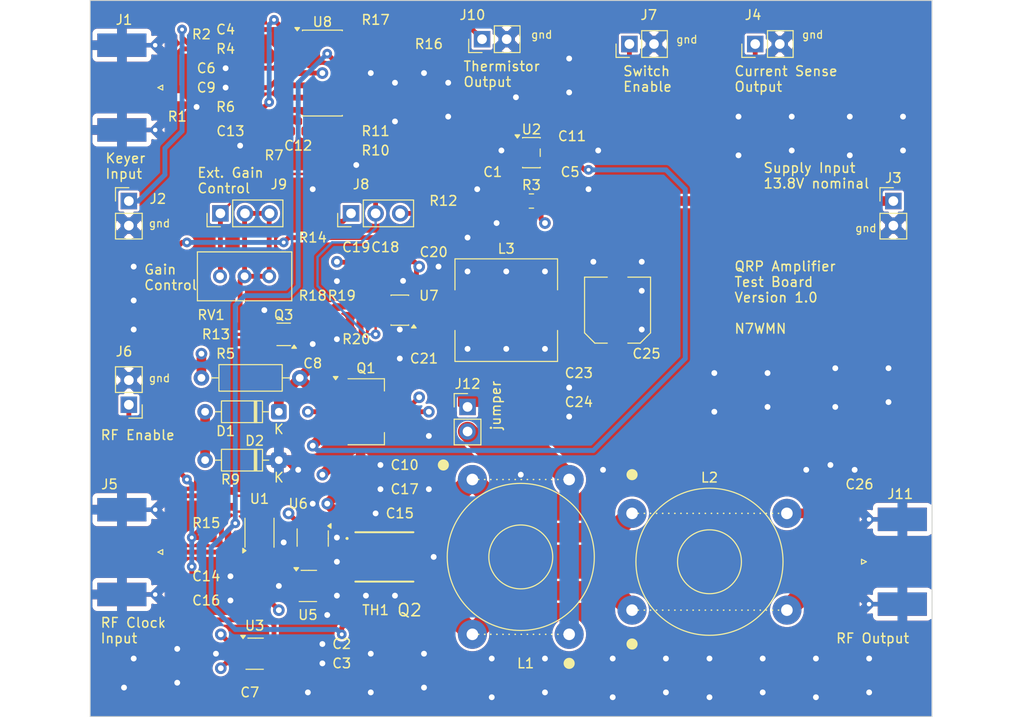
<source format=kicad_pcb>
(kicad_pcb (version 20241229) (generator "pcbnew") (generator_version "9.0")
  (layers (0 "F.Cu" signal) (4 "In1.Cu" signal) (6 "In2.Cu" signal) (2 "B.Cu" signal) (13 "F.Paste" user) (15 "B.Paste" user) (5 "F.SilkS" user "F.Silkscreen") (7 "B.SilkS" user "B.Silkscreen") (1 "F.Mask" user) (3 "B.Mask" user) (25 "Edge.Cuts" user))
  (net 0 "")
  (net 1 "GND")
  (net 2 "+3.3V")
  (net 3 "+12VA")
  (net 4 "Net-(U3-BP)")
  (net 5 "+5VA")
  (net 6 "Net-(U7-CB)")
  (net 7 "/VDD_AMP")
  (net 8 "Net-(D1-A)")
  (net 9 "/rfin")
  (net 10 "/~{rf_enable}")
  (net 11 "/sw_enable")
  (net 12 "/rf_out")
  (net 13 "/rfd-")
  (net 14 "/rfd+")
  (net 15 "Net-(U8D--)")
  (net 16 "Net-(J8-Pin_1)")
  (net 17 "Net-(J8-Pin_3)")
  (net 18 "/k1")
  (net 19 "/k3")
  (net 20 "/k2")
  (net 21 "/base")
  (net 22 "/k6")
  (net 23 "/k4")
  (net 24 "/k5")
  (net 25 "/keyIn")
  (net 26 "/cs_out")
  (net 27 "/k8")
  (net 28 "/k9")
  (net 29 "/th_out")
  (net 30 "/VDD_PWR")
  (net 31 "/D2")
  (net 32 "/D1")
  (net 33 "/G1")
  (net 34 "/G2")
  (net 35 "/cm1")
  (net 36 "/cm2")
  (net 37 "/k7")
  (net 38 "/th1")
  (net 39 "/sw")
  (net 40 "/fb")
  (net 41 "Net-(J3-Pin_1)")
  (net 42 "Net-(C26-Pad1)")
  (footprint "PCM_JLCPCB:R_0603" (layer "F.Cu") (at 114 59.5)
    (property "Reference" "R2")
    (property "Value" "33kΩ" (hide yes))
  )
  (footprint "Connector_PinHeader_2.54mm:PinHeader_1x02_P2.54mm_Vertical" (layer "F.Cu") (at 106.5 96.275 180)
    (property "Reference" "J6")
    (property "Value" "Conn_01x02" (hide yes))
  )
  (footprint "PCM_JLCPCB:R_0603" (layer "F.Cu") (at 117 106 90)
    (property "Reference" "R9")
    (property "Value" "10kΩ" (hide yes))
  )
  (footprint "PCM_JLCPCB:C_0603" (layer "F.Cu") (at 119 63.5 180)
    (property "Reference" "C9")
    (property "Value" "100nF" (hide yes))
  )
  (footprint "PCM_JLCPCB:C_0603" (layer "F.Cu") (at 124 123)
    (property "Reference" "C3")
    (property "Value" "100nF" (hide yes))
  )
  (footprint "Connector_PinHeader_2.54mm:PinHeader_1x03_P2.54mm_Vertical" (layer "F.Cu") (at 115.96 76.5 90)
    (property "Reference" "J9")
    (property "Value" "Conn_01x03" (hide yes))
  )
  (footprint "PCM_JLCPCB:R_0603" (layer "F.Cu") (at 121.5 68 90)
    (property "Reference" "R7")
    (property "Value" "11kΩ" (hide yes))
  )
  (footprint "PCM_JLCPCB:R_0603" (layer "F.Cu") (at 132 58.5 90)
    (property "Reference" "R17")
    (property "Value" "0Ω" (hide yes))
  )
  (footprint "PCM_JLCPCB:C_0805" (layer "F.Cu") (at 129.5 105)
    (property "Reference" "C17")
    (property "Value" "2.2uF" (hide yes))
  )
  (footprint "PCM_JLCPCB:C_0603" (layer "F.Cu") (at 152.1 74.725 90)
    (property "Reference" "C5")
    (property "Value" "1uF" (hide yes))
  )
  (footprint "PCM_JLCPCB:R_0603" (layer "F.Cu") (at 135.5 59 -90)
    (property "Reference" "R16")
    (property "Value" "10kΩ" (hide yes))
  )
  (footprint "PCM_JLCPCB:C_0603" (layer "F.Cu") (at 119 57.5)
    (property "Reference" "C4")
    (property "Value" "220nF" (hide yes))
  )
  (footprint "Connector_Coaxial:SMA_Molex_73251-1153_EdgeMount_Horizontal" (layer "F.Cu") (at 107.5 111.5)
    (property "Reference" "J5")
    (property "Value" "SMA" (hide yes))
  )
  (footprint "Connector_PinHeader_2.54mm:PinHeader_1x02_P2.54mm_Vertical" (layer "F.Cu") (at 106.5 75.225)
    (property "Reference" "J2")
    (property "Value" "Key In")
  )
  (footprint "PCM_JLCPCB:R_0603" (layer "F.Cu") (at 111.5 64.5 -90)
    (property "Reference" "R1")
    (property "Value" "10kΩ" (hide yes))
  )
  (footprint "diodesInc:DMN10H220LPDW13" (layer "F.Cu") (at 135.5 112 -90)
    (property "Reference" "Q2")
    (property "Value" "DMN10H220LPDW" (hide yes))
  )
  (footprint "PCM_JLCPCB:C_0805" (layer "F.Cu") (at 122 126)
    (property "Reference" "C7")
    (property "Value" "2.2uF" (hide yes))
  )
  (footprint "Connector_PinHeader_2.54mm:PinHeader_1x02_P2.54mm_Vertical" (layer "F.Cu") (at 141.5 96.5)
    (property "Reference" "J12")
    (property "Value" "Conn_01x02" (hide yes))
  )
  (footprint "PCM_JLCPCB:R_0603" (layer "F.Cu") (at 119 59.5)
    (property "Reference" "R4")
    (property "Value" "8.2kΩ" (hide yes))
  )
  (footprint "Resistor_SMD:R_0805_2012Metric_Pad1.20x1.40mm_HandSolder" (layer "F.Cu") (at 148.1 75.225)
    (property "Reference" "R3")
    (property "Value" "50m" (hide yes))
  )
  (footprint "Potentiometer_THT:Potentiometer_Bourns_3296W_Vertical" (layer "F.Cu") (at 121 83)
    (property "Reference" "RV1")
    (property "Value" "10K" (hide yes))
  )
  (footprint "PCM_JLCPCB:C_0603" (layer "F.Cu") (at 128 92)
    (property "Reference" "C8")
    (property "Value" "1uF" (hide yes))
  )
  (footprint "PCM_JLCPCB:C_0603" (layer "F.Cu") (at 137 90)
    (property "Reference" "C21")
    (property "Value" "100nF" (hide yes))
  )
  (footprint "PCM_JLCPCB:C_0805" (layer "F.Cu") (at 179 105.5 90)
    (property "Reference" "C26")
    (property "Value" "100nF")
  )
  (footprint "PCM_JLCPCB:R_0603" (layer "F.Cu") (at 139 76.5)
    (property "Reference" "R12")
    (property "Value" "10kΩ" (hide yes))
  )
  (footprint "PCM_JLCPCB:R_0603" (layer "F.Cu") (at 128 87 -90)
    (property "Reference" "R19")
    (property "Value" "30kΩ" (hide yes))
  )
  (footprint "PCM_JLCPCB:C_0805" (layer "F.Cu") (at 133 82.5 -90)
    (property "Reference" "C18")
    (property "Value" "4.7uF" (hide yes))
  )
  (footprint "Package_TO_SOT_SMD:SOT-223" (layer "F.Cu") (at 131 97)
    (property "Reference" "Q1")
    (property "Value" "PZT2222A" (hide yes))
  )
  (footprint "PCM_JLCPCB:R_0603" (layer "F.Cu") (at 129 68)
    (property "Reference" "R11")
    (property "Value" "0Ω" (hide yes))
  )
  (footprint "PCM_JLCPCB:R_0603" (layer "F.Cu") (at 116 110)
    (property "Reference" "R15")
    (property "Value" "10kΩ" (hide yes))
  )
  (footprint "Connector_Coaxial:SMA_Molex_73251-1153_EdgeMount_Horizontal" (layer "F.Cu") (at 107.5 63.5)
    (property "Reference" "J1")
    (property "Value" "Key In")
  )
  (footprint "Package_SO:SSOP-8_2.95x2.8mm_P0.65mm" (layer "F.Cu") (at 120 109.5 90)
    (property "Reference" "U1")
    (property "Value" "74LVC2G125" (hide yes))
  )
  (footprint "Inductor_SMD:L_10.4x10.4_H4.8" (layer "F.Cu") (at 145.5 86.5)
    (property "Reference" "L3")
    (property "Value" "6.8uH" (hide yes))
  )
  (footprint "Transformer_THT:Transformer_Toroid_Horizontal_D14.0mm_Amidon-T50" (layer "F.Cu") (at 158.5 117.5)
    (property "Reference" "L2")
    (property "Value" "L_Ferrite_Coupled" (hide yes))
  )
  (footprint "PCM_JLCPCB:R_0603" (layer "F.Cu") (at 126 87 90)
    (property "Reference" "R18")
    (property "Value" "0Ω" (hide yes))
  )
  (footprint "PCM_JLCPCB:C_0603" (layer "F.Cu") (at 119.5 114 180)
    (property "Reference" "C14")
    (property "Value" "100nF" (hide yes))
  )
  (footprint "PCM_JLCPCB:C_0603" (layer "F.Cu") (at 144.1 74.725 90)
    (property "Reference" "C1")
    (property "Value" "1uF" (hide yes))
  )
  (footprint "PCM_JLCPCB:C_0805" (layer "F.Cu") (at 149.5 96.5)
    (property "Reference" "C24")
    (property "Value" "22uF" (hide yes))
  )
  (footprint "Package_TO_SOT_SMD:SOT-23-5_HandSoldering" (layer "F.Cu") (at 119.5 122)
    (property "Reference" "U3")
    (property "Value" "MIC5205-3.3YM5" (hide yes))
  )
  (footprint "PCM_JLCPCB:R_0603" (layer "F.Cu") (at 130.5 87 -90)
    (property "Reference" "R20")
    (property "Value" "10kΩ" (hide yes))
  )
  (footprint "Diode_THT:D_DO-35_SOD27_P7.62mm_Horizontal" (layer "F.Cu") (at 122 97 180)
    (property "Reference" "D1")
    (property "Value" "1N751A" (hide yes))
  )
  (footprint "PCM_JLCPCB:C_0805" (layer "F.Cu") (at 129.5 102.5)
    (property "Reference" "C10")
    (property "Value" "2.2uF" (hide yes))
  )
  (footprint "Resistor_THT:R_Axial_DIN0207_L6.3mm_D2.5mm_P10.16mm_Horizontal" (layer "F.Cu") (at 114 93.5)
    (property "Reference" "R5")
    (property "Value" "390" (hide yes))
  )
  (footprint "Connector_PinHeader_2.54mm:PinHeader_1x02_P2.54mm_Vertical" (layer "F.Cu") (at 185.5 75.225)
    (property "Reference" "J3")
    (property "Value" "Conn_01x02" (hide yes))
  )
  (footprint "Package_SO:SOIC-14_3.9x8.7mm_P1.27mm" (layer "F.Cu") (at 126.5 62)
    (property "Reference" "U8")
    (property "Value" "OPA1679" (hide yes))
  )
  (footprint "Connector_Coaxial:SMA_Molex_73251-1153_EdgeMount_Horizontal" (layer "F.Cu") (at 184.71 112.5 180)
    (property "Reference" "J11")
    (property "Value" "SMA" (hide yes))
  )
  (footprint "Package_TO_SOT_SMD:SOT-23-5_HandSoldering" (layer "F.Cu") (at 125.5 110 -90)
    (property "Reference" "U6")
    (property "Value" "UCC27517DBVR" (hide yes))
  )
  (footprint "PCM_JLCPCB:C_0805" (layer "F.Cu") (at 130 82.5 -90)
    (property "Reference" "C19")
    (property "Value" "4.7uF" (hide yes))
  )
  (footprint "PCM_JLCPCB:C_0603" (layer "F.Cu") (at 124 68)
    (property "Reference" "C12")
    (property "Value" "220nF" (hide yes))
  )
  (footprint "PCM_JLCPCB:C_0603" (layer "F.Cu") (at 137 83.5)
    (property "Reference" "C20")
    (property "Value" "100nF" (hide yes))
  )
  (footprint "Transformer_THT:Transformer_Toroid_Horizontal_D14.0mm_Amidon-T50" (layer "F.Cu") (at 142 104 -90)
    (property "Reference" "L1")
    (property "Value" "L_Ferrite_Coupled" (hide yes))
  )
  (footprint "PCM_JLCPCB:R_0603" (layer "F.Cu") (at 119 65.5 180)
    (property "Reference" "R6")
    (property "Value" "36kΩ" (hide yes))
  )
  (footprint "PCM_JLCPCB:R_0603" (layer "F.Cu") (at 125.5 76.5 90)
    (property "Reference" "R14")
    (property "Value" "10kΩ" (hide yes))
  )
  (footprint "PCM_JLCPCB:C_0805" (layer "F.Cu") (at 119.5 116.5 180)
    (property "Reference" "C16")
    (property "Value" "2.2uF" (hide yes))
  )
  (footprint "Package_TO_SOT_SMD:SOT-23-6" (layer "F.Cu") (at 134.5 86.5 180)
    (property "Reference" "U7")
    (property "Value" "LMR51430" (hide yes))
  )
  (footprint "PCM_JLCPCB:C_0603" (layer "F.Cu") (at 124 121)
    (property "Reference" "C2")
    (property "Value" "100nF" (hide yes))
  )
  (footprint "Connector_PinHeader_2.54mm:PinHeader_1x02_P2.54mm_Vertical" (layer "F.Cu") (at 143 58.5 90)
    (property "Reference" "J10")
    (property "Value" "Conn_01x02" (hide yes))
  )
  (footprint "Diode_THT:D_DO-35_SOD27_P7.62mm_Horizontal" (layer "F.Cu") (at 122 102 180)
    (property "Reference" "D2")
    (property "Value" "1N914A" (hide yes))
  )
  (footprint "Package_TO_SOT_SMD:SOT-23-5_HandSoldering" (layer "F.Cu") (at 125 115)
    (property "Reference" "U5")
    (property "Value" "UCC27517DBVR" (hide yes))
  )
  (footprint "PCM_JLCPCB:C_0603" (layer "F.Cu") (at 152.6 70.225)
    (property "Reference" "C11")
    (property "Value" "100nF" (hide yes))
  )
  (footprint "PCM_JLCPCB:R_0603" (layer "F.Cu") (at 129 70)
    (property "Reference" "R10")
    (property "Value" "10kΩ" (hide yes))
  )
  (footprint "PCM_JLCPCB:R_0603" (layer "F.Cu") (at 118 89 -90)
    (property "Reference" "R13")
    (property "Value" "2.7kΩ" (hide yes))
  )
  (footprint "PCM_JLCPCB:R_0603" (layer "F.Cu") (at 129.5 117.5 90)
    (property "Reference" "TH1")
    (property "Value" "Thermistor_NTC 10K" (hide yes))
  )
  (footprint "PCM_JLCPCB:SOT-363_SC-70-6" (layer "F.Cu") (at 122.5 89 180)
    (property "Reference" "Q3")
    (property "Value" "BC847BS" (hide yes))
  )
  (footprint "PCM_JLCPCB:C_0603" (layer "F.Cu") (at 129.5 107.5)
    (property "Reference" "C15")
    (property "Value" "100nF" (hide yes))
  )
  (footprint "Connector_PinHeader_2.54mm:PinHeader_1x02_P2.54mm_Vertical" (layer "F.Cu") (at 158.225 59 90)
    (property "Reference" "J7")
    (property "Value" "Conn_01x02" (hide yes))
  )
  (footprint "Capacitor_SMD:C_Elec_6.3x5.8" (layer "F.Cu") (at 157 86.5 90)
    (property "Reference" "C25")
    (property "Value" "100uF" (hide yes))
  )
  (footprint "Connector_PinHeader_2.54mm:PinHeader_1x03_P2.54mm_Vertical" (layer "F.Cu") (at 129.46 76.5 90)
    (property "Reference" "J8")
    (property "Value" "Conn_01x03")
  )
  (footprint "Package_TO_SOT_SMD:SOT-23-5" (layer "F.Cu") (at 148.1 70.225)
    (property "Reference" "U2")
    (property "Value" "INA180A2" (hide yes))
  )
  (footprint "Connector_PinHeader_2.54mm:PinHeader_1x02_P2.54mm_Vertical" (layer "F.Cu") (at 171.225 59 90)
    (property "Reference" "J4")
    (property "Value" "Conn_01x02" (hide yes))
  )
  (footprint "PCM_JLCPCB:C_0805" (layer "F.Cu") (at 149.5 93.5)
    (property "Reference" "C23")
    (property "Value" "22uF" (hide yes))
  )
  (footprint "PCM_JLCPCB:C_0603" (layer "F.Cu") (at 119.5 68 -90)
    (property "Reference" "C13")
    (property "Value" "22nF" (hide yes))
  )
  (footprint "PCM_JLCPCB:C_0603" (layer "F.Cu") (at 119 61.5 180)
    (property "Reference" "C6")
    (property "Value" "100nF" (hide yes))
  )
  (gr_line (start 142 120) (end 152 120) (stroke (width 0.15) (type dot)) (layer "F.SilkS"))
  (gr_circle (center 139 102.5) (end 139 102) (stroke (width 0.15)) (fill yes) (layer "F.SilkS"))
  (gr_line (start 142 104) (end 152.5 104) (stroke (width 0.15) (type dot)) (layer "F.SilkS"))
  (gr_circle (center 158.5 103.5) (end 158.5 103) (stroke (width 0.15)) (fill yes) (layer "F.SilkS"))
  (gr_line (start 158.5 117.5) (end 174.5 117.5) (stroke (width 0.15) (type dot)) (layer "F.SilkS"))
  (gr_circle (center 152 123) (end 152 122.5) (stroke (width 0.15)) (fill yes) (layer "F.SilkS"))
  (gr_circle (center 158.5 121) (end 158.5 120.5) (stroke (width 0.15)) (fill yes) (layer "F.SilkS"))
  (gr_line (start 158.5 107.5) (end 174.5 107.5) (stroke (width 0.15) (type dot)) (layer "F.SilkS"))
  (gr_rect (start 102.5 54.5) (end 189.5 128.5) (stroke (width 0.1)) (fill no) (layer "Edge.Cuts"))
  (gr_text "QRP Amplifier\nTest Board\nVersion 1.0\n\nN7WMN" (at 169 89 0) (layer "F.SilkS") (effects (font (size 1 1)) (justify left bottom)))
  (gr_text "gnd" (at 163 59 0) (layer "F.SilkS") (effects (font (size 0.8 0.8) (thickness 0.125)) (justify left bottom)))
  (gr_text "RF Enable" (at 103.5 100 0) (layer "F.SilkS") (effects (font (size 1 1)) (justify left bottom)))
  (gr_text "Switch\nEnable" (at 157.5 64 0) (layer "F.SilkS") (effects (font (size 1 1)) (justify left bottom)))
  (gr_text "jumper" (at 145 99 90) (layer "F.SilkS") (effects (font (size 1 1)) (justify left bottom)))
  (gr_text "Thermistor\nOutput" (at 141 63.5 0) (layer "F.SilkS") (effects (font (size 1 1)) (justify left bottom)))
  (gr_text "gnd" (at 181.5 78.5 0) (layer "F.SilkS") (effects (font (size 0.8 0.8) (thickness 0.125)) (justify left bottom)))
  (gr_text "Current Sense\nOutput" (at 169 64 0) (layer "F.SilkS") (effects (font (size 1 1)) (justify left bottom)))
  (gr_text "Ext. Gain\nControl" (at 113.5 74.5 0) (layer "F.SilkS") (effects (font (size 1 1)) (justify left bottom)))
  (gr_text "gnd" (at 108.5 78 0) (layer "F.SilkS") (effects (font (size 0.8 0.8) (thickness 0.125)) (justify left bottom)))
  (gr_text "Gain\nControl" (at 108 84.5 0) (layer "F.SilkS") (effects (font (size 1 1)) (justify left bottom)))
  (gr_text "gnd" (at 176 58.5 0) (layer "F.SilkS") (effects (font (size 0.8 0.8) (thickness 0.125)) (justify left bottom)))
  (gr_text "gnd" (at 108.5 94 0) (layer "F.SilkS") (effects (font (size 0.8 0.8) (thickness 0.125)) (justify left bottom)))
  (gr_text "RF Clock\nInput" (at 103.5 121 0) (layer "F.SilkS") (effects (font (size 1 1)) (justify left bottom)))
  (gr_text "Supply Input\n13.8V nominal" (at 172 74 0) (layer "F.SilkS") (effects (font (size 1 1)) (justify left bottom)))
  (gr_text "RF Output" (at 179.5 121 0) (layer "F.SilkS") (effects (font (size 1 1)) (justify left bottom)))
  (gr_text "gnd" (at 148 58.5 0) (layer "F.SilkS") (effects (font (size 0.8 0.8) (thickness 0.125)) (justify left bottom)))
  (gr_text "Keyer\nInput" (at 104 73 0) (layer "F.SilkS") (effects (font (size 1 1)) (justify left bottom)))
  (segment (start 128.975 62) (end 131.5 62) (width 0.5) (layer "F.Cu") (net 1))
  (segment (start 121.55 88.35) (end 121.55 87.55) (width 0.25) (layer "F.Cu") (net 1))
  (segment (start 119.5 68.78) (end 118.72 68.78) (width 0.5) (layer "F.Cu") (net 1))
  (segment (start 122.5 110.5) (end 122.3 111.2) (width 0.25) (layer "F.Cu") (net 1))
  (segment (start 123.45 89.65) (end 125.15 89.65) (width 0.25) (layer "F.Cu") (net 1))
  (segment (start 133 83.45) (end 130 83.45) (width 0.5) (layer "F.Cu") (net 1))
  (segment (start 146.9625 70.225) (end 145.225 70.225) (width 0.5) (layer "F.Cu") (net 1))
  (segment (start 128.05 83.45) (end 128 83.5) (width 0.5) (layer "F.Cu") (net 1))
  (segment (start 129.82 71.32) (end 130 71.5) (width 0.5) (layer "F.Cu") (net 1))
  (segment (start 124.78 123) (end 126.5 123) (width 0.5) (layer "F.Cu") (net 1))
  (segment (start 130.28 107.5) (end 132 107.5) (width 0.5) (layer "F.Cu") (net 1))
  (segment (start 134.836059 83.473196) (end 133.023196 83.473196) (width 0.5) (layer "F.Cu") (net 1))
  (segment (start 122 102) (end 123 102) (width 1) (layer "F.Cu") (net 1))
  (segment (start 118.55 116.5) (end 117 116.5) (width 0.5) (layer "F.Cu") (net 1))
  (segment (start 130.45 105) (end 132.5 105) (width 0.5) (layer "F.Cu") (net 1))
  (segment (start 125.5 74) (end 125.5 75.68) (width 0.5) (layer "F.Cu") (net 1))
  (segment (start 154.5 81.5) (end 154.5375 81.5) (width 0.5) (layer "F.Cu") (net 1))
  (segment (start 154.775 70.225) (end 155 70) (width 0.5) (layer "F.Cu") (net 1))
  (segment (start 137.78 83.5) (end 137.78 82.72) (width 0.5) (layer "F.Cu") (net 1))
  (segment (start 130.45 102.5) (end 132.5 102.5) (width 0.5) (layer "F.Cu") (net 1))
  (segment (start 123.65 115) (end 122 115) (width 0.5) (layer "F.Cu") (net 1))
  (segment (start 118.72 68.78) (end 118 69.5) (width 0.5) (layer "F.Cu") (net 1))
  (segment (start 152.1 73.945) (end 153.945 73.945) (width 0.5) (layer "F.Cu") (net 1))
  (segment (start 142.555 73.945) (end 142.5 74) (width 0.5) (layer "F.Cu") (net 1))
  (segment (start 118.22 61.5) (end 116.5 61.5) (width 0.5) (layer "F.Cu") (net 1))
  (segment (start 122.3 111.2) (end 120.975 111.2) (width 0.25) (layer "F.Cu") (net 1))
  (segment (start 118.72 114) (end 117 114) (width 0.5) (layer "F.Cu") (net 1))
  (segment (start 124.78 121) (end 126.5 121) (width 0.5) (layer "F.Cu") (net 1))
  (segment (start 130 83.45) (end 128.05 83.45) (width 0.5) (layer "F.Cu") (net 1))
  (segment (start 159.5 81.5) (end 159.4625 81.5) (width 0.5) (layer "F.Cu") (net 1))
  (segment (start 128 87.82) (end 128 89.5) (width 0.5) (layer "F.Cu") (net 1))
  (segment (start 123 102) (end 124 103) (width 1) (layer "F.Cu") (net 1))
  (segment (start 159.4625 81.5) (end 157 83.9625) (width 0.5) (layer "F.Cu") (net 1))
  (segment (start 153.945 73.945) (end 154 74) (width 0.5) (layer "F.Cu") (net 1))
  (segment (start 122.95 126) (end 125 126) (width 0.5) (layer "F.Cu") (net 1))
  (segment (start 125.15 89.65) (end 125.5 90) (width 0.25) (layer "F.Cu") (net 1))
  (segment (start 144.1 73.945) (end 142.555 73.945) (width 0.5) (layer "F.Cu") (net 1))
  (segment (start 133.023196 83.473196) (end 133 83.45) (width 0.5) (layer "F.Cu") (net 1))
  (segment (start 118.22 63.5) (end 116.5 63.5) (width 0.5) (layer "F.Cu") (net 1))
  (segment (start 113.32 65.32) (end 113.5 65.5) (width 0.5) (layer "F.Cu") (net 1))
  (segment (start 154.5375 81.5) (end 157 83.9625) (width 0.5) (layer "F.Cu") (net 1))
  (segment (start 129.82 70) (end 129.82 71.32) (width 0.5) (layer "F.Cu") (net 1))
  (segment (start 145.225 70.225) (end 145 70) (width 0.5) (layer "F.Cu") (net 1))
  (segment (start 137.78 82.72) (end 138.5 82) (width 0.5) (layer "F.Cu") (net 1))
  (segment (start 125.5 108.65) (end 125.5 106.5) (width 0.5) (layer "F.Cu") (net 1))
  (segment (start 118.15 122) (end 115.5 122) (width 0.5) (layer "F.Cu") (net 1))
  (segment (start 153.38 70.225) (end 154.775 70.225) (width 0.5) (layer "F.Cu") (net 1))
  (segment (start 121.55 87.55) (end 120.5 86.5) (width 0.25) (layer "F.Cu") (net 1))
  (segment (start 111.5 65.32) (end 113.32 65.32) (width 0.5) (layer "F.Cu") (net 1))
  (via (at 155.5 103) (size 1.2) (drill 0.6) (layers "F.Cu" "B.Cu") (net 1))
  (via (at 146.5 64.5) (size 1.2) (drill 0.6) (layers "F.Cu" "B.Cu") (net 1))
  (via (at 145 70) (size 1.2) (drill 0.6) (layers "F.Cu" "B.Cu") (net 1))
  (via (at 137.5 99.5) (size 1.2) (drill 0.6) (layers "F.Cu" "B.Cu") (net 1))
  (via (at 152 94.5) (size 1.2) (drill 0.6) (layers "F.Cu" "B.Cu") (net 1))
  (via (at 169.5 70.5) (size 1.2) (drill 0.6) (layers "F.Cu" "B.Cu") (net 1))
  (via (at 181 66.5) (size 1.2) (drill 0.6) (layers "F.Cu" "B.Cu") (net 1))
  (via (at 130 71.5) (size 1.2) (drill 0.6) (layers "F.Cu" "B.Cu") (net 1))
  (via (at 134 116) (size 1.2) (drill 0.6) (layers "F.Cu" "B.Cu") (net 1))
  (via (at 128 83.5) (size 1.2) (drill 0.6) (layers "F.Cu" "B.Cu") (net 1))
  (via (at 120.5 86.5) (size 1.2) (drill 0.6) (layers "F.Cu" "B.Cu") (net 1))
  (via (at 126.5 121) (size 1.2) (drill 0.6) (layers "F.Cu" "B.Cu") (net 1))
  (via (at 107 85.5) (size 1.2) (drill 0.6) (layers "F.Cu" "B.Cu") (net 1))
  (via (at 149.5 122.5) (size 1.2) (drill 0.6) (layers "F.Cu" "B.Cu") (net 1))
  (via (at 137 122) (size 1.2) (drill 0.6) (layers "F.Cu" "B.Cu") (net 1))
  (via (at 179.5 96.5) (size 1.2) (drill 0.6) (layers "F.Cu" "B.Cu") (net 1))
  (via (at 181 70.5) (size 1.2) (drill 0.6) (layers "F.Cu" "B.Cu") (net 1))
  (via (at 126.5 123) (size 1.2) (drill 0.6) (layers "F.Cu" "B.Cu") (net 1))
  (via (at 122.5 110.5) (size 1.2) (drill 0.6) (layers "F.Cu" "B.Cu") (net 1))
  (via (at 131.5 122) (size 1.2) (drill 0.6) (layers "F.Cu" "B.Cu") (net 1))
  (via (at 139.5 63) (size 1.2) (drill 0.6) (layers "F.Cu" "B.Cu") (net 1))
  (via (at 149.5 126) (size 1.2) (drill 0.6) (layers "F.Cu" "B.Cu") (net 1))
  (via (at 125.5 90) (size 1.2) (drill 0.6) (layers "F.Cu" "B.Cu") (net 1))
  (via (at 172 126) (size 1.2) (drill 0.6) (layers "F.Cu" "B.Cu") (net 1))
  (via (at 175 66.5) (size 1.2) (drill 0.6) (layers "F.Cu" "B.Cu") (net 1))
  (via (at 107 88.5) (size 1.2) (drill 0.6) (layers "F.Cu" "B.Cu") (net 1))
  (via (at 142.5 74) (size 1.2) (drill 0.6) (layers "F.Cu" "B.Cu") (net 1))
  (via (at 115.5 122) (size 1.2) (drill 0.6) (layers "F.Cu" "B.Cu") (net 1))
  (via (at 128 112.5) (size 1.2) (drill 0.6) (layers "F.Cu" "B.Cu") (net 1))
  (via (at 106 125.5) (size 1.2) (drill 0.6) (layers "F.Cu" "B.Cu") (net 1))
  (via (at 137 62) (size 1.2) (drill 0.6) (layers "F.Cu" "B.Cu") (net 1))
  (via (at 149.5 82.5) (size 1.2) (drill 0.6) (layers "F.Cu" "B.Cu") (net 1))
  (via (at 172.5 96.5) (size 1.2) (drill 0.6) (layers "F.Cu" "B.Cu") (net 1))
  (via (at 179 102.5) (size 1.2) (drill 0.6) (layers "F.Cu" "B.Cu") (net 1))
  (via (at 166.5 126.5) (size 1.2) (drill 0.6) (layers "F.Cu" "B.Cu") (net 1))
  (via (at 175 70) (size 1.2) (drill 0.6) (layers "F.Cu" "B.Cu") (net 1))
  (via (at 111.5 121.5) (size 1.2) (drill 0.6) (layers "F.Cu" "B.Cu") (net 1))
  (via (at 167 97) (size 1.2) (drill 0.6) (layers "F.Cu" "B.Cu") (net 1))
  (via (at 186.5 66.5) (size 1.2) (drill 0.6) (layers "F.Cu" "B.Cu") (net 1))
  (via (at 144 126.5) (size 1.2) (drill 0.6) (layers "F.Cu" "B.Cu") (net 1))
  (via (at 132 107.5) (size 1.2) (drill 0.6) (layers "F.Cu" "B.Cu") (net 1))
  (via (at 141.5 82.5) (size 1.2) (drill 0.6) (layers "F.Cu" "B.Cu") (net 1))
  (via (at 152 60.5) (size 1.2) (drill 0.6) (layers "F.Cu" "B.Cu") (net 1))
  (via (at 162 122.5) (size 1.2) (drill 0.6) (layers "F.Cu" "B.Cu") (net 1))
  (via (at 145.5 90.5) (size 1.2) (drill 0.6) (layers "F.Cu" "B.Cu") (net 1))
  (via (at 131 116) (size 1.2) (drill 0.6) (layers "F.Cu" "B.Cu") (net 1))
  (via (at 145.5 82.5) (size 1.2) (drill 0.6) (layers "F.Cu" "B.Cu") (net 1))
  (via (at 179.5 92.5) (size 1.2) (drill 0.6) (layers "F.Cu" "B.Cu") (net 1))
  (via (at 154.5 81.5) (size 1.2) (drill 0.6) (layers "F.Cu" "B.Cu") (net 1))
  (via (at 159.5 88.5) (size 1.2) (drill 0.6) (layers "F.Cu" "B.Cu") (net 1))
  (via (at 185 96) (size 1.2) (drill 0.6) (layers "F.Cu" "B.Cu") (net 1))
  (via (at 167 93) (size 1.2) (drill 0.6) (layers "F.Cu" "B.Cu") (net 1))
  (via (at 117 116.5) (size 1.2) (drill 0.6) (layers "F.Cu" "B.Cu") (net 1))
  (via (at 134.5 88.5) (size 1.2) (drill 0.6) (layers "F.Cu" "B.Cu") (net 1))
  (via (at 134 67) (size 1.2) (drill 0.6) (layers "F.Cu" "B.Cu") (net 1))
  (via (at 144.5 77.5) (size 1.2) (drill 0.6) (layers "F.Cu" "B.Cu") (net 1))
  (via (at 116.5 63.5) (size 1.2) (drill 0.6) (layers "F.Cu" "B.Cu") (net 1))
  (via (at 125.5 106.5) (size 1.2) (drill 0.6) (layers "F.Cu" "B.Cu") (net 1))
  (via (at 181.5 103) (size 1.2) (drill 0.6) (layers "F.Cu" "B.Cu") (net 1))
  (via (at 177.5 122.5) (size 1.2) (drill 0.6) (layers "F.Cu" "B.Cu") (net 1))
  (via (at 172 122.5) (size 1.2) (drill 0.6) (layers "F.Cu" "B.Cu") (net 1))
  (via (at 147 103.5) (size 1.2) (drill 0.6) (layers "F.Cu" "B.Cu") (net 1))
  (via (at 128 110) (size 1.2) (drill 0.6) (layers "F.Cu" "B.Cu") (net 1))
  (via (at 183 122.5) (size 1.2) (drill 0.6) (layers "F.Cu" "B.Cu") (net 1))
  (via (at 176.5 103) (size 1.2) (drill 0.6) (layers "F.Cu" "B.Cu") (net 1))
  (via (at 156.5 126.5) (size 1.2) (drill 0.6) (layers "F.Cu" "B.Cu") (net 1))
  (via (at 166.5 122.5) (size 1.2) (drill 0.6) (layers "F.Cu" "B.Cu") (net 1))
  (via (at 155 70) (size 1.2) (drill 0.6) (layers "F.Cu" "B.Cu") (net 1))
  (via (at 172.5 93) (size 1.2) (drill 0.6) (layers "F.Cu" "B.Cu") (net 1))
  (via (at 134 63) (size 1.2) (drill 0.6) (layers "F.Cu" "B.Cu") (net 1))
  (via (at 177.5 126.5) (size 1.2) (drill 0.6) (layers "F.Cu" "B.Cu") (net 1))
  (via (at 141.5 90.5) (size 1.2) (drill 0.6) (layers "F.Cu" "B.Cu") (net 1))
  (via (at 154 74) (size 1.2) (drill 0.6) (layers "F.Cu" "B.Cu") (net 1))
  (via (at 125.5 74) (size 1.2) (drill 0.6) (layers "F.Cu" "B.Cu") (net 1))
  (via (at 134.836059 83.473196) (size 1.2) (drill 0.6) (layers "F.Cu" "B.Cu") (net 1))
  (via (at 183 126) (size 1.2) (drill 0.6) (layers "F.Cu" "B.Cu") (net 1))
  (via (at 127 118) (size 1.2) (drill 0.6) (layers "F.Cu" "B.Cu") (net 1))
  (via (at 107 82) (size 1.2) (drill 0.6) (layers "F.Cu" "B.Cu") (net 1))
  (via (at 137.5 105) (size 1.2) (drill 0.6) (layers "F.Cu" "B.Cu") (net 1))
  (via (at 159.5 84.5) (size 1.2) (drill 0.6) (layers "F.Cu" "B.Cu") (net 1))
  (via (at 152 97.5) (size 1.2) (drill 0.6) (layers "F.Cu" "B.Cu") (net 1))
  (via (at 116.5 61.5) (size 1.2) (drill 0.6) (layers "F.Cu" "B.Cu") (net 1))
  (via (at 152 64) (size 1.2) (drill 0.6) (layers "F.Cu" "B.Cu") (net 1))
  (via (at 144 122.5) (size 1.2) (drill 0.6) (layers "F.Cu" "B.Cu") (net 1))
  (via (at 118 69.5) (size 1.2) (drill 0.6) (layers "F.Cu" "B.Cu") (net 1))
  (via (at 111.5 125) (size 1.2) (drill 0.6) (layers "F.Cu" "B.Cu") (net 1))
  (via (at 138 112) (size 1.2) (drill 0.6) (layers "F.Cu" "B.Cu") (net 1))
  (via (at 128 89.5) (size 1.2) (drill 0.6) (layers "F.Cu" "B.Cu") (net 1))
  (via (at 141.5 79) (size 1.2) (drill 0.6) (layers "F.Cu" "B.Cu") (net 1))
  (via (at 131.5 62) (size 1.2) (drill 0.6) (layers "F.Cu" "B.Cu") (net 1))
  (via (at 131.5 126) (size 1.2) (drill 0.6) (layers "F.Cu" "B.Cu") (net 1))
  (via (at 128 116) (size 1.2) (drill 0.6) (layers "F.Cu" "B.Cu") (net 1))
  (via (at 122 115) (size 1.2) (drill 0.6) (layers "F.Cu" "B.Cu") (net 1))
  (via (at 113.5 65.5) (size 1.2) (drill 0.6) (layers "F.Cu" "B.Cu") (net 1))
  (via (at 132.5 105) (size 1.2) (drill 0.6) (layers "F.Cu" "B.Cu") (net 1))
  (via (at 137 125.5) (size 1.2) (drill 0.6) (layers "F.Cu" "B.Cu") (net 1))
  (via (at 125 126) (size 1.2) (drill 0.6) (layers "F.Cu" "B.Cu") (net 1))
  (via (at 185 92.5) (size 1.2) (drill 0.6) (layers "F.Cu" "B.Cu") (net 1))
  (via (at 134.5 91.5) (size 1.2) (drill 0.6) (layers "F.Cu" "B.Cu") (net 1))
  (via (at 156.5 122.5) (size 1.2) (drill 0.6) (layers "F.Cu" "B.Cu") (net 1))
  (via (at 107 122.5) (size 1.2) (drill 0.6) (layers "F.Cu" "B.Cu") (net 1))
  (via (at 149.5 90.5) (size 1.2) (drill 0.6) (layers "F.Cu" "B.Cu") (net 1))
  (via (at 186.5 70) (size 1.2) (drill 0.6) (layers "F.Cu" "B.Cu") (net 1))
  (via (at 117 114) (size 1.2) (drill 0.6) (layers "F.Cu" "B.Cu") (net 1))
  (via (at 169.5 66.5) (size 1.2) (drill 0.6) (layers "F.Cu" "B.Cu") (net 1))
  (via (at 162 126) (size 1.2) (drill 0.6) (layers "F.Cu" "B.Cu") (net 1))
  (via (at 124 103) (size 1.2) (drill 0.6) (layers "F.Cu" "B.Cu") (net 1))
  (via (at 138.5 82) (size 1.2) (drill 0.6) (layers "F.Cu" "B.Cu") (net 1))
  (via (at 132.5 102.5) (size 1.2) (drill 0.6) (layers "F.Cu" "B.Cu") (net 1))
  (via (at 159.5 81.5) (size 1.2) (drill 0.6) (layers "F.Cu" "B.Cu") (net 1))
  (via (at 139.5 66.5) (size 1.2) (drill 0.6) (layers "F.Cu" "B.Cu") (net 1))
  (segment (start 123.22 123) (end 123.22 121) (width 0.5) (layer "F.Cu") (net 2))
  (segment (start 121.5 119) (end 121 118.5) (width 0.5) (layer "F.Cu") (net 2))
  (segment (start 113 117.5) (end 113 113) (width 0.5) (layer "F.Cu") (net 2))
  (segment (start 121.5 120.4) (end 121.5 119) (width 0.5) (layer "F.Cu") (net 2))
  (segment (start 120.85 121.05) (end 121.5 120.4) (width 0.5) (layer "F.Cu") (net 2))
  (segment (start 123 79) (end 122.5 79.5) (width 0.5) (layer "F.Cu") (net 2))
  (segment (start 121 118.5) (end 114 118.5) (width 0.5) (layer "F.Cu") (net 2))
  (segment (start 139.82 76.5) (end 139.82 77.68) (width 0.5) (layer "F.Cu") (net 2))
  (segment (start 119.025 107.8) (end 118.545 107.32) (width 0.25) (layer "F.Cu") (net 2))
  (segment (start 114 118.5) (end 113 117.5) (width 0.5) (layer "F.Cu") (net 2))
  (segment (start 118.545 107.32) (end 117.5 107.32) (width 0.25) (layer "F.Cu") (net 2))
  (segment (start 115.18 110) (end 113 110) (width 0.5) (layer "F.Cu") (net 2))
  (segment (start 138.5 79) (end 123 79) (width 0.5) (layer "F.Cu") (net 2))
  (segment (start 112 79.5) (end 111 80.5) (width 0.5) (layer "F.Cu") (net 2))
  (segment (start 120.85 121.05) (end 123.17 121.05) (width 0.5) (layer "F.Cu") (net 2))
  (segment (start 111 80.5) (end 111 102.5) (width 0.5) (layer "F.Cu") (net 2))
  (segment (start 112.5 79.5) (end 112 79.5) (width 0.5) (layer "F.Cu") (net 2))
  (segment (start 117.5 107.32) (end 117 106.82) (width 0.25) (layer "F.Cu") (net 2))
  (segment (start 115.68 107.32) (end 116.5 107.32) (width 0.5) (layer "F.Cu") (net 2))
  (segment (start 113 110) (end 115.68 107.32) (width 0.5) (layer "F.Cu") (net 2))
  (segment (start 123.17 121.05) (end 123.22 121) (width 0.5) (layer "F.Cu") (net 2))
  (segment (start 111 102.5) (end 112.5 104) (width 0.5) (layer "F.Cu") (net 2))
  (segment (start 139.82 77.68) (end 138.5 79) (width 0.5) (layer "F.Cu") (net 2))
  (segment (start 116.5 107.32) (end 117 106.82) (width 0.5) (layer "F.Cu") (net 2))
  (via (at 113 110) (size 1) (drill 0.4) (layers "F.Cu" "B.Cu") (net 2))
  (via (at 122.5 79.5) (size 1) (drill 0.4) (layers "F.Cu" "B.Cu") (net 2))
  (via (at 112.5 104) (size 1) (drill 0.4) (layers "F.Cu" "B.Cu") (net 2))
  (via (at 112.5 79.5) (size 1) (drill 0.4) (layers "F.Cu" "B.Cu") (net 2))
  (via (at 113 113) (size 1) (drill 0.4) (layers "F.Cu" "B.Cu") (net 2))
  (segment (start 113 104.5) (end 113 110) (width 0.5) (layer "B.Cu") (net 2))
  (segment (start 112.5 104) (end 113 104.5) (width 0.5) (layer "B.Cu") (net 2))
  (segment (start 122.5 79.5) (end 112.5 79.5) (width 0.5) (layer "B.Cu") (net 2))
  (segment (start 113 113) (end 113 110) (width 0.5) (layer "B.Cu") (net 2))
  (segment (start 127.85 97) (end 125 97) (width 0.5) (layer "F.Cu") (net 3))
  (segment (start 121 63.5) (end 119.78 63.5) (width 0.5) (layer "F.Cu") (net 3))
  (segment (start 124.025 62) (end 126.5 62) (width 0.5) (layer "F.Cu") (net 3))
  (segment (start 135.6375 84.6425) (end 136.22 84.06) (width 0.5) (layer "F.Cu") (net 3))
  (segment (start 136.22 82.28) (end 136.5 82) (width 0.5) (layer "F.Cu") (net 3))
  (segment (start 135 97) (end 136.5 95.5) (width 0.5) (layer "F.Cu") (net 3))
  (segment (start 136.5 82) (end 136 81.5) (width 0.5) (layer "F.Cu") (net 3))
  (segment (start 149.2375 75.0875) (end 149.1 75.225) (width 0.5) (layer "F.Cu") (net 3))
  (segment (start 149.2375 71.175) (end 149.2375 75.0875) (width 0.5) (layer "F.Cu") (net 3))
  (segment (start 135.6375 85.55) (end 135.6375 84.6425) (width 0.5) (layer "F.Cu") (net 3))
  (segment (start 149.38 75.505) (end 149.1 75.225) (width 0.5) (layer "F.Cu") (net 3))
  (segment (start 137.5 97) (end 134.15 97) (width 0.5) (layer "F.Cu") (net 3))
  (segment (start 149.1 77.1) (end 149.5 77.5) (width 0.5) (layer "F.Cu") (net 3))
  (segment (start 122.5 62) (end 121 63.5) (width 0.5) (layer "F.Cu") (net 3))
  (segment (start 136 81.5) (end 133.05 81.5) (width 0.5) (layer "F.Cu") (net 3))
  (segment (start 149.1 75.225) (end 149.1 77.1) (width 0.5) (layer "F.Cu") (net 3))
  (segment (start 136.22 84.06) (end 136.22 83.5) (width 0.5) (layer "F.Cu") (net 3))
  (segment (start 130 81.55) (end 128.05 81.55) (width 0.5) (layer "F.Cu") (net 3))
  (segment (start 133 81.55) (end 130 81.55) (width 0.5) (layer "F.Cu") (net 3))
  (segment (start 152.1 75.505) (end 149.38 75.505) (width 0.5) (layer "F.Cu") (net 3))
  (segment (start 136.22 83.5) (end 136.22 82.28) (width 0.5) (layer "F.Cu") (net 3))
  (segment (start 134.15 97) (end 135 97) (width 0.5) (layer "F.Cu") (net 3))
  (segment (start 124.025 62) (end 122.5 62) (width 0.5) (layer "F.Cu") (net 3))
  (segment (start 133.05 81.5) (end 133 81.55) (width 0.5) (layer "F.Cu") (net 3))
  (segment (start 128.05 81.55) (end 128 81.5) (width 0.5) (layer "F.Cu") (net 3))
  (segment (start 114 93.5) (end 114 91) (width 1) (layer "F.Cu") (net 3))
  (via (at 136.5 82) (size 1.2) (drill 0.6) (layers "F.Cu" "B.Cu") (net 3))
  (via (at 126.5 62) (size 1.2) (drill 0.6) (layers "F.Cu" "B.Cu") (net 3))
  (via (at 125 97) (size 1.2) (drill 0.6) (layers "F.Cu" "B.Cu") (net 3))
  (via (at 149.5 77.5) (size 1.2) (drill 0.6) (layers "F.Cu" "B.Cu") (net 3))
  (via (at 114 91) (size 1.2) (drill 0.6) (layers "F.Cu" "B.Cu") (net 3))
  (via (at 137.5 97) (size 1.2) (drill 0.6) (layers "F.Cu" "B.Cu") (net 3))
  (via (at 128 81.5) (size 1.2) (drill 0.6) (layers "F.Cu" "B.Cu") (net 3))
  (via (at 136.5 95.5) (size 1.2) (drill 0.6) (layers "F.Cu" "B.Cu") (net 3))
  (segment (start 120.85 122.95) (end 120.85 125.8) (width 0.5) (layer "F.Cu") (net 4))
  (segment (start 120.85 125.8) (end 121.05 126) (width 0.5) (layer "F.Cu") (net 4))
  (segment (start 150.87 69.275) (end 151.82 70.225) (width 0.5) (layer "F.Cu") (net 5))
  (segment (start 153.595 72) (end 154 72) (width 0.5) (layer "F.Cu") (net 5))
  (segment (start 120.45 116.5) (end 121 116.5) (width 0.5) (layer "F.Cu") (net 5))
  (segment (start 127.6 107.5) (end 128 107.5) (width 0.5) (layer "F.Cu") (net 5))
  (segment (start 128.72 107.5) (end 128 107.5) (width 1) (layer "F.Cu") (net 5))
  (segment (start 120.554999 113.725001) (end 120.28 114) (width 0.5) (layer "F.Cu") (net 5))
  (segment (start 151.82 70.225) (end 153.595 72) (width 0.5) (layer "F.Cu") (net 5))
  (segment (start 117.05 121.05) (end 116 120) (width 0.5) (layer "F.Cu") (net 5))
  (segment (start 126.7 99.3) (end 125.5 100.5) (width 1) (layer "F.Cu") (net 5))
  (segment (start 124.15 108.65) (end 123 107.5) (width 0.5) (layer "F.Cu") (net 5))
  (segment (start 120.45 114.17) (end 120.28 114) (width 0.5) (layer "F.Cu") (net 5))
  (segment (start 120.45 116.5) (end 120.45 114.17) (width 0.5) (layer "F.Cu") (net 5))
  (segment (start 121 116.5) (end 122 117.5) (width 0.5) (layer "F.Cu") (net 5))
  (segment (start 127.5 102.5) (end 126.5 103.5) (width 1) (layer "F.Cu") (net 5))
  (segment (start 118.15 122.95) (end 116.55 122.95) (width 0.5) (layer "F.Cu") (net 5))
  (segment (start 128.55 102.5) (end 127.5 102.5) (width 1) (layer "F.Cu") (net 5))
  (segment (start 116.55 122.95) (end 116 123.5) (width 0.5) (layer "F.Cu") (net 5))
  (segment (start 126.45 108.65) (end 127.6 107.5) (width 0.5) (layer "F.Cu") (net 5))
  (segment (start 123.325001 113.725001) (end 120.554999 113.725001) (width 0.5) (layer "F.Cu") (net 5))
  (segment (start 128.5 105) (end 127 106.5) (width 1) (layer "F.Cu") (net 5))
  (segment (start 123.65 114.05) (end 123.325001 113.725001) (width 0.5) (layer "F.Cu") (net 5))
  (segment (start 118.15 121.05) (end 117.05 121.05) (width 0.5) (layer "F.Cu") (net 5))
  (segment (start 127.85 99.3) (end 126.7 99.3) (width 1) (layer "F.Cu") (net 5))
  (segment (start 128 107.5) (end 127 106.5) (width 1) (layer "F.Cu") (net 5))
  (segment (start 149.2375 69.275) (end 150.87 69.275) (width 0.5) (layer "F.Cu") (net 5))
  (segment (start 124.55 108.65) (end 124.15 108.65) (width 0.5) (layer "F.Cu") (net 5))
  (segment (start 128.55 105) (end 128.5 105) (width 1) (layer "F.Cu") (net 5))
  (via (at 123 107.5) (size 1.2) (drill 0.6) (layers "F.Cu" "B.Cu") (net 5))
  (via (at 116 123.5) (size 1.2) (drill 0.6) (layers "F.Cu" "B.Cu") (net 5))
  (via (at 125.5 100.5) (size 1.2) (drill 0.6) (layers "F.Cu" "B.Cu") (net 5))
  (via (at 126.5 103.5) (size 1.2) (drill 0.6) (layers "F.Cu" "B.Cu") (net 5))
  (via (at 116 120) (size 1.2) (drill 0.6) (layers "F.Cu" "B.Cu") (net 5))
  (via (at 154 72) (size 1) (drill 0.4) (layers "F.Cu" "B.Cu") (net 5))
  (via (at 122 117.5) (size 1.2) (drill 0.6) (layers "F.Cu" "B.Cu") (net 5))
  (via (at 127 106.5) (size 1.2) (drill 0.6) (layers "F.Cu" "B.Cu") (net 5))
  (segment (start 164 91.5) (end 164 74) (width 0.5) (layer "B.Cu") (net 5))
  (segment (start 126 101) (end 154.5 101) (width 0.5) (layer "B.Cu") (net 5))
  (segment (start 154.5 101) (end 164 91.5) (width 0.5) (layer "B.Cu") (net 5))
  (segment (start 164 74) (end 162 72) (width 0.5) (layer "B.Cu") (net 5))
  (segment (start 125.5 100.5) (end 126 101) (width 0.5) (layer "B.Cu") (net 5))
  (segment (start 162 72) (end 154 72) (width 0.5) (layer "B.Cu") (net 5))
  (segment (start 136.22 90) (end 134 90) (width 0.5) (layer "F.Cu") (net 6))
  (segment (start 134 90) (end 133.3625 89.3625) (width 0.5) (layer "F.Cu") (net 6))
  (segment (start 133.3625 89.3625) (end 133.3625 87.45) (width 0.5) (layer "F.Cu") (net 6))
  (segment (start 141 93) (end 134 93) (width 0.5) (layer "F.Cu") (net 7))
  (segment (start 141.5 93.5) (end 141 93) (width 0.5) (layer "F.Cu") (net 7))
  (segment (start 134 93) (end 130.5 89.5) (width 0.5) (layer "F.Cu") (net 7))
  (segment (start 130.5 89.5) (end 130.5 87.82) (width 0.5) (layer "F.Cu") (net 7))
  (segment (start 141.5 96.5) (end 141.5 93.5) (width 0.5) (layer "F.Cu") (net 7))
  (segment (start 114.38 102) (end 114.38 97) (width 1) (layer "F.Cu") (net 8))
  (segment (start 119 113) (end 119.675 112.325) (width 0.25) (layer "F.Cu") (net 9))
  (segment (start 119.675 111.2) (end 119.675 109.96281) (width 0.25) (layer "F.Cu") (net 9))
  (segment (start 116.5 111.5) (end 117 112) (width 0.5) (layer "F.Cu") (net 9))
  (segment (start 118 113) (end 119 113) (width 0.25) (layer "F.Cu") (net 9))
  (segment (start 119.675 109.96281) (end 120.975 108.66281) (width 0.25) (layer "F.Cu") (net 9))
  (segment (start 117 112) (end 118 113) (width 0.25) (layer "F.Cu") (net 9))
  (segment (start 119.675 112.325) (end 119.675 111.2) (width 0.25) (layer "F.Cu") (net 9))
  (segment (start 120.975 108.66281) (end 120.975 107.8) (width 0.25) (layer "F.Cu") (net 9))
  (segment (start 105.78 111.5) (end 116.5 111.5) (width 0.5) (layer "F.Cu") (net 9))
  (segment (start 111.18 105.68) (end 116.5 105.68) (width 0.5) (layer "F.Cu") (net 10))
  (segment (start 116.5 105.68) (end 117 105.18) (width 0.5) (layer "F.Cu") (net 10))
  (segment (start 119.025 111.2) (end 119.025 109.975) (width 0.25) (layer "F.Cu") (net 10))
  (segment (start 106.5 101) (end 111.18 105.68) (width 0.5) (layer "F.Cu") (net 10))
  (segment (start 119.675 109.325) (end 119.675 107.8) (width 0.25) (layer "F.Cu") (net 10))
  (segment (start 117 105.18) (end 117.5 105.68) (width 0.25) (layer "F.Cu") (net 10))
  (segment (start 119.025 109.975) (end 119.675 109.325) (width 0.25) (layer "F.Cu") (net 10))
  (segment (start 119.18 105.68) (end 119.675 106.175) (width 0.25) (layer "F.Cu") (net 10))
  (segment (start 106.5 96.275) (end 106.5 101) (width 0.5) (layer "F.Cu") (net 10))
  (segment (start 117.5 105.68) (end 119.18 105.68) (width 0.25) (layer "F.Cu") (net 10))
  (segment (start 119.675 106.175) (end 119.675 107.8) (width 0.25) (layer "F.Cu") (net 10))
  (segment (start 132 87) (end 132 89) (width 0.25) (layer "F.Cu") (net 11))
  (segment (start 155.5 66) (end 158.225 63.275) (width 0.5) (layer "F.Cu") (net 11))
  (segment (start 143 66) (end 155.5 66) (width 0.5) (layer "F.Cu") (net 11))
  (segment (start 137.5 71.5) (end 143 66) (width 0.5) (layer "F.Cu") (net 11))
  (segment (start 132.5 86.5) (end 132 87) (width 0.25) (layer "F.Cu") (net 11))
  (segment (start 132 76.5) (end 132 74) (width 0.5) (layer "F.Cu") (net 11))
  (segment (start 132 74) (end 134.5 71.5) (width 0.5) (layer "F.Cu") (net 11))
  (segment (start 134.5 71.5) (end 137.5 71.5) (width 0.5) (layer "F.Cu") (net 11))
  (segment (start 158.225 63.275) (end 158.225 59) (width 0.5) (layer "F.Cu") (net 11))
  (segment (start 133.3625 86.5) (end 132.5 86.5) (width 0.25) (layer "F.Cu") (net 11))
  (via (at 132 89) (size 1) (drill 0.4) (layers "F.Cu" "B.Cu") (net 11))
  (segment (start 126 84) (end 126 81) (width 0.25) (layer "B.Cu") (net 11))
  (segment (start 132 89) (end 131 89) (width 0.25) (layer "B.Cu") (net 11))
  (segment (start 131 89) (end 126 84) (width 0.25) (layer "B.Cu") (net 11))
  (segment (start 127.5 79.5) (end 130.5 79.5) (width 0.25) (layer "B.Cu") (net 11))
  (segment (start 132 78) (end 132 76.5) (width 0.25) (layer "B.Cu") (net 11))
  (segment (start 126 81) (end 127.5 79.5) (width 0.25) (layer "B.Cu") (net 11))
  (segment (start 130.5 79.5) (end 132 78) (width 0.25) (layer "B.Cu") (net 11))
  (segment (start 174.5 117.5) (end 179.5 112.5) (width 2) (layer "F.Cu") (net 12))
  (segment (start 179.5 112.5) (end 186.43 112.5) (width 2) (layer "F.Cu") (net 12))
  (segment (start 120.325 107.8) (end 120.325 106.675) (width 0.25) (layer "F.Cu") (net 13))
  (segment (start 122 108) (end 124.55 110.55) (width 0.25) (layer "F.Cu") (net 13))
  (segment (start 121.5 106) (end 122 106.5) (width 0.25) (layer "F.Cu") (net 13))
  (segment (start 124.55 110.55) (end 124.55 111.35) (width 0.25) (layer "F.Cu") (net 13))
  (segment (start 120.325 106.675) (end 121 106) (width 0.25) (layer "F.Cu") (net 13))
  (segment (start 121 106) (end 121.5 106) (width 0.25) (layer "F.Cu") (net 13))
  (segment (start 122 106.5) (end 122 108) (width 0.25) (layer "F.Cu") (net 13))
  (segment (start 120.575 112.5) (end 124.5 112.5) (width 0.25) (layer "F.Cu") (net 14))
  (segment (start 125 113) (end 125 115.5) (width 0.25) (layer "F.Cu") (net 14))
  (segment (start 120.325 111.2) (end 120.325 112.25) (width 0.25) (layer "F.Cu") (net 14))
  (segment (start 125 115.5) (end 124.55 115.95) (width 0.25) (layer "F.Cu") (net 14))
  (segment (start 124.5 112.5) (end 125 113) (width 0.25) (layer "F.Cu") (net 14))
  (segment (start 120.325 112.25) (end 120.575 112.5) (width 0.25) (layer "F.Cu") (net 14))
  (segment (start 124.55 115.95) (end 123.65 115.95) (width 0.25) (layer "F.Cu") (net 14))
  (segment (start 132 59.32) (end 133.18 59.32) (width 0.5) (layer "F.Cu") (net 15))
  (segment (start 131.86 59.46) (end 132 59.32) (width 0.5) (layer "F.Cu") (net 15))
  (segment (start 134.32 58.18) (end 135.5 58.18) (width 0.5) (layer "F.Cu") (net 15))
  (segment (start 133.18 59.32) (end 134.32 58.18) (width 0.5) (layer "F.Cu") (net 15))
  (segment (start 128.975 59.46) (end 131.86 59.46) (width 0.5) (layer "F.Cu") (net 15))
  (segment (start 128.64 77.32) (end 129.46 76.5) (width 0.5) (layer "F.Cu") (net 16))
  (segment (start 125.5 77.32) (end 128.64 77.32) (width 0.5) (layer "F.Cu") (net 16))
  (segment (start 138.18 76.5) (end 134.54 76.5) (width 0.5) (layer "F.Cu") (net 17))
  (segment (start 114.82 59.5) (end 118.18 59.5) (width 0.5) (layer "F.Cu") (net 18))
  (segment (start 118.22 59.46) (end 118.18 59.5) (width 0.5) (layer "F.Cu") (net 18))
  (segment (start 118.22 57.5) (end 118.22 59.46) (width 0.5) (layer "F.Cu") (net 18))
  (segment (start 119.82 65.5) (end 120.5 65.5) (width 0.5) (layer "F.Cu") (net 19))
  (segment (start 124.025 59.46) (end 121.96 59.46) (width 0.5) (layer "F.Cu") (net 19))
  (segment (start 122.5 57.5) (end 123.335 57.5) (width 0.5) (layer "F.Cu") (net 19))
  (segment (start 119.78 57.5) (end 121.5 57.5) (width 0.5) (layer "F.Cu") (net 19))
  (segment (start 120.5 65.5) (end 121 65) (width 0.5) (layer "F.Cu") (net 19))
  (segment (start 121.5 56.5) (end 122.5 57.5) (width 0.5) (layer "F.Cu") (net 19))
  (segment (start 121.5 57.5) (end 122.5 57.5) (width 0.5) (layer "F.Cu") (net 19))
  (segment (start 121.5 59) (end 121.5 57.5) (width 0.5) (layer "F.Cu") (net 19))
  (segment (start 123.335 57.5) (end 124.025 58.19) (width 0.5) (layer "F.Cu") (net 19))
  (segment (start 121.96 59.46) (end 121.5 59) (width 0.5) (layer "F.Cu") (net 19))
  (via (at 121 65) (size 1) (drill 0.4) (layers "F.Cu" "B.Cu") (net 19))
  (via (at 121.5 56.5) (size 1) (drill 0.4) (layers "F.Cu" "B.Cu") (net 19))
  (segment (start 121 65) (end 121 57) (width 0.5) (layer "B.Cu") (net 19))
  (segment (start 121 57) (end 121.5 56.5) (width 0.5) (layer "B.Cu") (net 19))
  (segment (start 119.82 61.46) (end 119.78 61.5) (width 0.5) (layer "F.Cu") (net 20))
  (segment (start 119.82 59.5) (end 119.82 61.46) (width 0.5) (layer "F.Cu") (net 20))
  (segment (start 121.5 61.5) (end 119.78 61.5) (width 0.5) (layer "F.Cu") (net 20))
  (segment (start 122.27 60.73) (end 121.5 61.5) (width 0.5) (layer "F.Cu") (net 20))
  (segment (start 124.025 60.73) (end 122.27 60.73) (width 0.5) (layer "F.Cu") (net 20))
  (segment (start 125.66 92) (end 124.16 93.5) (width 1) (layer "F.Cu") (net 21))
  (segment (start 125.36 94.7) (end 124.16 93.5) (width 1) (layer "F.Cu") (net 21))
  (segment (start 127.85 94.7) (end 125.36 94.7) (width 1) (layer "F.Cu") (net 21))
  (segment (start 127.22 92) (end 125.66 92) (width 1) (layer "F.Cu") (net 21))
  (segment (start 122 97) (end 122 95.66) (width 1) (layer "F.Cu") (net 21))
  (segment (start 122 95.66) (end 124.16 93.5) (width 1) (layer "F.Cu") (net 21))
  (segment (start 125.925132 64.074867) (end 125.925132 65.567111) (width 0.25) (layer "F.Cu") (net 22))
  (segment (start 126.73 63.27) (end 125.925132 64.074867) (width 0.25) (layer "F.Cu") (net 22))
  (segment (start 125.925132 65.567111) (end 125.682243 65.81) (width 0.25) (layer "F.Cu") (net 22))
  (segment (start 125.46 64.54) (end 124.025 64.54) (width 0.25) (layer "F.Cu") (net 22))
  (segment (start 128.975 63.27) (end 126.73 63.27) (width 0.25) (layer "F.Cu") (net 22))
  (segment (start 124.78 66.565) (end 124.025 65.81) (width 0.25) (layer "F.Cu") (net 22))
  (segment (start 124.78 68) (end 124.78 66.565) (width 0.25) (layer "F.Cu") (net 22))
  (segment (start 125.682243 65.81) (end 124.025 65.81) (width 0.25) (layer "F.Cu") (net 22))
  (segment (start 125.925132 64.074867) (end 125.46 64.54) (width 0.25) (layer "F.Cu") (net 22))
  (segment (start 118.18 65.5) (end 118.18 66.82) (width 0.25) (layer "F.Cu") (net 23))
  (segment (start 123.22 68.78) (end 123 69) (width 0.5) (layer "F.Cu") (net 23))
  (segment (start 123 69) (end 122.82 68.82) (width 0.5) (layer "F.Cu") (net 23))
  (segment (start 123.22 68) (end 123.22 68.78) (width 0.5) (layer "F.Cu") (net 23))
  (segment (start 116.5 70) (end 117.5 71) (width 0.25) (layer "F.Cu") (net 23))
  (segment (start 117.5 71) (end 119.32 71) (width 0.25) (layer "F.Cu") (net 23))
  (segment (start 119.32 71) (end 121.5 68.82) (width 0.25) (layer "F.Cu") (net 23))
  (segment (start 122.82 68.82) (end 121.5 68.82) (width 0.5) (layer "F.Cu") (net 23))
  (segment (start 116.5 68.5) (end 116.5 70) (width 0.25) (layer "F.Cu") (net 23))
  (segment (start 118.18 66.82) (end 116.5 68.5) (width 0.25) (layer "F.Cu") (net 23))
  (segment (start 121.5 65.82) (end 121.5 67.18) (width 0.25) (layer "F.Cu") (net 24))
  (segment (start 119.5 67.22) (end 121.46 67.22) (width 0.5) (layer "F.Cu") (net 24))
  (segment (start 124.025 63.27) (end 122.73 63.27) (width 0.25) (layer "F.Cu") (net 24))
  (segment (start 122.73 63.27) (end 122.5 63.5) (width 0.25) (layer "F.Cu") (net 24))
  (segment (start 121.46 67.22) (end 121.5 67.18) (width 0.5) (layer "F.Cu") (net 24))
  (segment (start 122.5 63.5) (end 122.5 64.82) (width 0.25) (layer "F.Cu") (net 24))
  (segment (start 122.5 64.82) (end 121.5 65.82) (width 0.25) (layer "F.Cu") (net 24))
  (segment (start 112 58.32) (end 113.18 59.5) (width 0.5) (layer "F.Cu") (net 25))
  (segment (start 112 57.5) (end 112 58.32) (width 0.5) (layer "F.Cu") (net 25))
  (segment (start 111.32 63.5) (end 111.5 63.68) (width 0.5) (layer "F.Cu") (net 25))
  (segment (start 111.5 60) (end 111.5 63.68) (width 0.5) (layer "F.Cu") (net 25))
  (segment (start 105.78 63.5) (end 111.32 63.5) (width 0.5) (layer "F.Cu") (net 25))
  (segment (start 113.18 59.5) (end 112 59.5) (width 0.5) (layer "F.Cu") (net 25))
  (segment (start 112 59.5) (end 111.5 60) (width 0.5) (layer "F.Cu") (net 25))
  (via (at 112 57.5) (size 1) (drill 0.4) (layers "F.Cu" "B.Cu") (net 25))
  (segment (start 110.225 69.775) (end 110.225 72.5) (width 0.5) (layer "B.Cu") (net 25))
  (segment (start 110.225 72.5) (end 107.5 75.225) (width 0.5) (layer "B.Cu") (net 25))
  (segment (start 112 57.5) (end 112 68) (width 0.5) (layer "B.Cu") (net 25))
  (segment (start 107.5 75.225) (end 106.5 75.225) (width 0.5) (layer "B.Cu") (net 25))
  (segment (start 112 68) (end 110.225 69.775) (width 0.5) (layer "B.Cu") (net 25))
  (segment (start 149.2375 67) (end 166 67) (width 0.5) (layer "F.Cu") (net 26))
  (segment (start 166 67) (end 168 65) (width 0.5) (layer "F.Cu") (net 26))
  (segment (start 170.5 65) (end 171.225 64.275) (width 0.5) (layer "F.Cu") (net 26))
  (segment (start 171.225 64.275) (end 171.225 59) (width 0.5) (layer "F.Cu") (net 26))
  (segment (start 146.9625 69.275) (end 149.2375 67) (width 0.5) (layer "F.Cu") (net 26))
  (segment (start 168 65) (end 170.5 65) (width 0.5) (layer "F.Cu") (net 26))
  (segment (start 115.96 82.96) (end 115.92 83) (width 0.5) (layer "F.Cu") (net 27))
  (segment (start 131.574 72.426) (end 132.5 71.5) (width 0.25) (layer "F.Cu") (net 27))
  (segment (start 132.5 68.5) (end 132 68) (width 0.25) (layer "F.Cu") (net 27))
  (segment (start 128.975 65.81) (end 129.82 66.655) (width 0.25) (layer "F.Cu") (net 27))
  (segment (start 120.034 72.426) (end 131.574 72.426) (width 0.25) (layer "F.Cu") (net 27))
  (segment (start 132.5 71.5) (end 132.5 68.5) (width 0.25) (layer "F.Cu") (net 27))
  (segment (start 132 68) (end 129.82 68) (width 0.25) (layer "F.Cu") (net 27))
  (segment (start 115.96 76.5) (end 120.034 72.426) (width 0.25) (layer "F.Cu") (net 27))
  (segment (start 129.82 66.655) (end 129.82 68) (width 0.25) (layer "F.Cu") (net 27))
  (segment (start 115.96 76.5) (end 115.96 82.96) (width 0.5) (layer "F.Cu") (net 27))
  (segment (start 118.5 76.5) (end 121.04 76.5) (width 0.5) (layer "F.Cu") (net 28))
  (segment (start 118.46 76.54) (end 118.5 76.5) (width 0.5) (layer "F.Cu") (net 28))
  (segment (start 121 83) (end 118.46 83) (width 0.5) (layer "F.Cu") (net 28))
  (segment (start 121 76.54) (end 121.04 76.5) (width 0.5) (layer "F.Cu") (net 28))
  (segment (start 118 83.46) (end 118.46 83) (width 0.5) (layer "F.Cu") (net 28))
  (segment (start 121 83) (end 121 76.54) (width 0.5) (layer "F.Cu") (net 28))
  (segment (start 118 88.18) (end 118 83.46) (width 0.5) (layer "F.Cu") (net 28))
  (segment (start 118.46 83) (end 118.46 76.54) (width 0.5) (layer "F.Cu") (net 28))
  (segment (start 132 57.68) (end 132.351 57.329) (width 0.5) (layer "F.Cu") (net 29))
  (segment (start 131.49 58.19) (end 132 57.68) (width 0.5) (layer "F.Cu") (net 29))
  (segment (start 141.829 57.329) (end 143 58.5) (width 0.5) (layer "F.Cu") (net 29))
  (segment (start 128.975 58.19) (end 131.49 58.19) (width 0.5) (layer "F.Cu") (net 29))
  (segment (start 132.351 57.329) (end 141.829 57.329) (width 0.5) (layer "F.Cu") (net 29))
  (segment (start 141.5 99.04) (end 143.46 101) (width 2) (layer "F.Cu") (net 30))
  (segment (start 143.46 101) (end 149 101) (width 2) (layer "F.Cu") (net 30))
  (segment (start 149 101) (end 152 104) (width 2) (layer "F.Cu") (net 30))
  (segment (start 152 104) (end 152 120) (width 2) (layer "B.Cu") (net 30))
  (segment (start 135.855 110.145) (end 142 104) (width 2) (layer "F.Cu") (net 31))
  (segment (start 147.5 109.5) (end 142 104) (width 2) (layer "F.Cu") (net 31))
  (segment (start 158.5 107.5) (end 156.5 109.5) (width 2) (layer "F.Cu") (net 31))
  (segment (start 135.855 110.722481) (end 135.855 111.365) (width 1) (layer "F.Cu") (net 31))
  (segment (start 156.5 109.5) (end 147.5 109.5) (width 2) (layer "F.Cu") (net 31))
  (segment (start 135.855 110.722481) (end 135.855 110.145) (width 1) (layer "F.Cu") (net 31))
  (segment (start 135.855 110.095) (end 135.855 110.722481) (width 1) (layer "F.Cu") (net 31))
  (segment (start 135.855 113.27159) (end 135.855 113.905) (width 1) (layer "F.Cu") (net 32))
  (segment (start 142 120) (end 146.5 115.5) (width 2) (layer "F.Cu") (net 32))
  (segment (start 156.5 115.5) (end 158.5 117.5) (width 2) (layer "F.Cu") (net 32))
  (segment (start 135.855 113.27159) (end 135.855 113.855) (width 1) (layer "F.Cu") (net 32))
  (segment (start 146.5 115.5) (end 156.5 115.5) (width 2) (layer "F.Cu") (net 32))
  (segment (start 135.855 113.855) (end 142 120) (width 2) (layer "F.Cu") (net 32))
  (segment (start 135.855 112.635) (end 135.855 113.27159) (width 1) (layer "F.Cu") (net 32))
  (segment (start 130.09 114.05) (end 130.235 113.905) (width 0.5) (layer "F.Cu") (net 33))
  (segment (start 126.35 114.05) (end 130.09 114.05) (width 0.5) (layer "F.Cu") (net 33))
  (segment (start 130.22 111.35) (end 130.235 111.365) (width 0.5) (layer "F.Cu") (net 34))
  (segment (start 126.45 111.35) (end 130.22 111.35) (width 0.5) (layer "F.Cu") (net 34))
  (segment (start 122.5 89) (end 123.45 89) (width 0.25) (layer "F.Cu") (net 35))
  (segment (start 118 89.82) (end 121.38 89.82) (width 0.25) (layer "F.Cu") (net 35))
  (segment (start 121.55 89.65) (end 122.35 89.65) (width 0.25) (layer "F.Cu") (net 35))
  (segment (start 122.35 89.65) (end 122.5 89.5) (width 0.25) (layer "F.Cu") (net 35))
  (segment (start 121.55 89) (end 122.5 89) (width 0.25) (layer "F.Cu") (net 35))
  (segment (start 122.5 89.5) (end 122.5 89) (width 0.25) (layer "F.Cu") (net 35))
  (segment (start 121.38 89.82) (end 121.55 89.65) (width 0.25) (layer "F.Cu") (net 35))
  (segment (start 124.18 87.82) (end 126 87.82) (width 0.25) (layer "F.Cu") (net 36))
  (segment (start 123.45 88.35) (end 123.65 88.35) (width 0.25) (layer "F.Cu") (net 36))
  (segment (start 123.65 88.35) (end 124.18 87.82) (width 0.25) (layer "F.Cu") (net 36))
  (segment (start 127 65) (end 127 66.82) (width 0.25) (layer "F.Cu") (net 37))
  (segment (start 127.46 64.54) (end 127 65) (width 0.25) (layer "F.Cu") (net 37))
  (segment (start 128.18 68) (end 128.18 70) (width 0.25) (layer "F.Cu") (net 37))
  (segment (start 128.975 64.54) (end 127.46 64.54) (width 0.25) (layer "F.Cu") (net 37))
  (segment (start 127 66.82) (end 128.18 68) (width 0.25) (layer "F.Cu") (net 37))
  (segment (start 116.82 110) (end 116.82 109.205) (width 0.5) (layer "F.Cu") (net 38))
  (segment (start 127.73 60.73) (end 127 60) (width 0.5) (layer "F.Cu") (net 38))
  (segment (start 116.82 109.205) (end 117.5 108.525) (width 0.5) (layer "F.Cu") (net 38))
  (segment (start 128.975 60.73) (end 127.73 60.73) (width 0.5) (layer "F.Cu") (net 38))
  (segment (start 128.5 120) (end 128.5 119.32) (width 0.5) (layer "F.Cu") (net 38))
  (segment (start 128.5 119.32) (end 129.5 118.32) (width 0.5) (layer "F.Cu") (net 38))
  (via (at 117.5 108.525) (size 1) (drill 0.4) (layers "F.Cu" "B.Cu") (net 38))
  (via (at 127 60) (size 1) (drill 0.4) (layers "F.Cu" "B.Cu") (net 38))
  (via (at 128.5 120) (size 1) (drill 0.4) (layers "F.Cu" "B.Cu") (net 38))
  (segment (start 127 60) (end 124 63) (width 0.5) (layer "B.Cu") (net 38))
  (segment (start 115 117) (end 115 111.025) (width 0.5) (layer "B.Cu") (net 38))
  (segment (start 117.5 86) (end 118.5 85) (width 0.5) (layer "B.Cu") (net 38))
  (segment (start 115 111.025) (end 117.5 108.525) (width 0.5) (layer "B.Cu") (net 38))
  (segment (start 128 119.5) (end 117.5 119.5) (width 0.5) (layer "B.Cu") (net 38))
  (segment (start 123 85) (end 124 84) (width 0.5) (layer "B.Cu") (net 38))
  (segment (start 128.5 120) (end 128 119.5) (width 0.5) (layer "B.Cu") (net 38))
  (segment (start 124 63) (end 124 84) (width 0.5) (layer "B.Cu") (net 38))
  (segment (start 117.5 108.525) (end 117.5 86) (width 0.5) (layer "B.Cu") (net 38))
  (segment (start 118.5 85) (end 123 85) (width 0.5) (layer "B.Cu") (net 38))
  (segment (start 117.5 119.5) (end 115 117) (width 0.5) (layer "B.Cu") (net 38))
  (segment (start 137.78 90) (end 137.85 90) (width 0.5) (layer "F.Cu") (net 39))
  (segment (start 135.6375 86.5) (end 141.35 86.5) (width 0.5) (layer "F.Cu") (net 39))
  (segment (start 137.85 90) (end 141.35 86.5) (width 0.5) (layer "F.Cu") (net 39))
  (segment (start 128 86.18) (end 130.5 86.18) (width 0.5) (layer "F.Cu") (net 40))
  (segment (start 126 86.18) (end 128 86.18) (width 0.5) (layer "F.Cu") (net 40))
  (segment (start 131.13 85.55) (end 130.5 86.18) (width 0.5) (layer "F.Cu") (net 40))
  (segment (start 133.3625 85.55) (end 131.13 85.55) (width 0.5) (layer "F.Cu") (net 40))
  (segment (start 147.5 79) (end 151.5 79) (width 1) (layer "F.Cu") (net 41))
  (segment (start 146.9625 75.0875) (end 146.9625 71.226) (width 0.5) (layer "F.Cu") (net 41))
  (segment (start 155.275 75.225) (end 185.5 75.225) (width 1) (layer "F.Cu") (net 41))
  (segment (start 144.1 75.505) (end 146.82 75.505) (width 1) (layer "F.Cu") (net 41))
  (segment (start 147.1 75.225) (end 147.1 78.6) (width 1) (layer "F.Cu") (net 41))
  (segment (start 151.5 79) (end 155.275 75.225) (width 1) (layer "F.Cu") (net 41))
  (segment (start 146.9625 75.0875) (end 147.1 75.225) (width 0.5) (layer "F.Cu") (net 41))
  (segment (start 146.82 75.505) (end 147.1 75.225) (width 0.5) (layer "F.Cu") (net 41))
  (segment (start 147.1 78.6) (end 147.5 79) (width 1) (layer "F.Cu") (net 41))
  (segment (start 177.95 107.5) (end 179 106.45) (width 1) (layer "F.Cu") (net 42))
  (segment (start 174.5 107.5) (end 177.95 107.5) (width 1) (layer "F.Cu") (net 42))
  (zone (net 7) (net_name "/VDD_AMP") (layer "F.Cu") (priority 1) (connect_pads yes (clearance 0.5)) (min_thickness 0.25) (fill yes (thermal_gap 0.5) (thermal_bridge_width 1))
    (polygon (pts (xy 140.5 92) (xy 148.5 87.5) (xy 156.5 87.5) (xy 156.5 91.5) (xy 148.5 91.5) (xy 148.5 98) (xy 144 98) (xy 144 96.5) (xy 140.5 96.5)))
  )
  (zone (net 39) (net_name "/sw") (layer "F.Cu") (priority 2) (connect_pads yes (clearance 0.5)) (min_thickness 0.25) (fill yes (thermal_gap 0.5) (thermal_bridge_width 1))
    (polygon (pts (xy 136.5 87) (xy 136.5 86) (xy 137.5 84.5) (xy 137.5 88.5)))
  )
  (zone (net 39) (net_name "/sw") (layer "F.Cu") (priority 1) (connect_pads yes (clearance 0.5)) (min_thickness 0.25) (fill yes (thermal_gap 0.5) (thermal_bridge_width 1))
    (polygon (pts (xy 137 84.5) (xy 142 84.5) (xy 142 88.5) (xy 137 88.5)))
  )
  (zone (net 1) (net_name "GND") (layers "F.Cu" "B.Cu" "In1.Cu" "In2.Cu") (connect_pads (clearance 0.25)) (min_thickness 0.2) (fill yes (thermal_gap 0.5) (thermal_bridge_width 1))
    (polygon (pts (xy 102.5 54.5) (xy 189.5 54.5) (xy 189.5 128.5) (xy 102.5 128.5)))
  )
)
</source>
